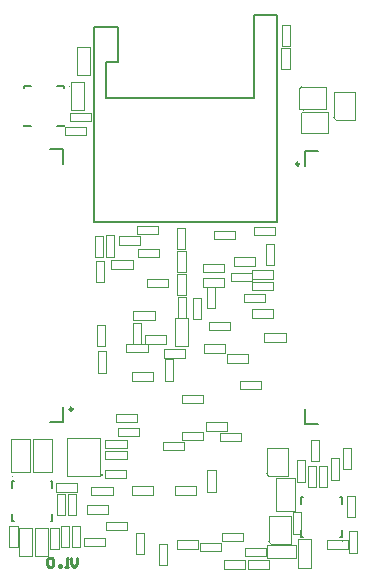
<source format=gbo>
G04 Layer_Color=16777215*
%FSLAX25Y25*%
%MOIN*%
G70*
G01*
G75*
%ADD11C,0.01000*%
%ADD50C,0.00984*%
%ADD51C,0.00394*%
%ADD53C,0.00787*%
D11*
X23500Y-181801D02*
Y-183800D01*
X22500Y-184800D01*
X21501Y-183800D01*
Y-181801D01*
X20501Y-184800D02*
X19501D01*
X20001D01*
Y-181801D01*
X20501Y-182301D01*
X18002Y-184800D02*
Y-184300D01*
X17502D01*
Y-184800D01*
X18002D01*
X15503Y-182301D02*
X15003Y-181801D01*
X14003D01*
X13503Y-182301D01*
Y-184300D01*
X14003Y-184800D01*
X15003D01*
X15503Y-184300D01*
Y-182301D01*
D50*
X21890Y-132242D02*
G03*
X21890Y-132242I-492J0D01*
G01*
X97395Y-50558D02*
G03*
X97395Y-50558I-492J0D01*
G01*
D51*
X20865Y-24607D02*
G03*
X20865Y-24607I-197J0D01*
G01*
X32139Y-154206D02*
G03*
X32139Y-154206I-440J0D01*
G01*
X2004Y-154632D02*
G03*
X2004Y-154632I-197J0D01*
G01*
X111790Y-176368D02*
G03*
X111790Y-176368I-197J0D01*
G01*
X98260Y-24563D02*
G03*
X98260Y-24563I-197J0D01*
G01*
X108860Y-35037D02*
G03*
X108860Y-35037I-197J0D01*
G01*
X98860Y-32763D02*
G03*
X98860Y-32763I-197J0D01*
G01*
X86460Y-153737D02*
G03*
X86460Y-153737I-197J0D01*
G01*
X87260Y-176337D02*
G03*
X87260Y-176337I-197J0D01*
G01*
X28043Y-36278D02*
Y-33522D01*
X20957D02*
X28043D01*
X20957Y-36278D02*
Y-33522D01*
Y-36278D02*
X28043D01*
X102978Y-158343D02*
Y-151257D01*
X100222Y-158343D02*
X102978D01*
X100222D02*
Y-151257D01*
X102978D01*
X25765Y-32624D02*
Y-23176D01*
X21435Y-32624D02*
X25765D01*
X21435D02*
Y-23176D01*
X25765D01*
X17922Y-178343D02*
X20678D01*
Y-171257D01*
X17922D02*
X20678D01*
X17922Y-178343D02*
Y-171257D01*
X32378Y-89843D02*
Y-82757D01*
X29622Y-89843D02*
X32378D01*
X29622D02*
Y-82757D01*
X32378D01*
X29922Y-111243D02*
X32678D01*
Y-104157D01*
X29922D02*
X32678D01*
X29922Y-111243D02*
Y-104157D01*
X42122Y-103557D02*
X44878D01*
X42122Y-110643D02*
Y-103557D01*
Y-110643D02*
X44878D01*
Y-103557D01*
X34857Y-85378D02*
X41943D01*
X34857D02*
Y-82622D01*
X41943D01*
Y-85378D02*
Y-82622D01*
X74343Y-105878D02*
Y-103122D01*
X67257D02*
X74343D01*
X67257Y-105878D02*
Y-103122D01*
Y-105878D02*
X74343D01*
X25657Y-177878D02*
X32743D01*
X25657D02*
Y-175122D01*
X32743D01*
Y-177878D02*
Y-175122D01*
X28157Y-160878D02*
Y-158122D01*
Y-160878D02*
X35243D01*
Y-158122D01*
X28157D02*
X35243D01*
X36957Y-141178D02*
X44043D01*
X36957D02*
Y-138422D01*
X44043D01*
Y-141178D02*
Y-138422D01*
X43122Y-173457D02*
X45878D01*
X43122Y-180543D02*
Y-173457D01*
Y-180543D02*
X45878D01*
Y-173457D01*
X56557Y-176022D02*
X63643D01*
Y-178778D02*
Y-176022D01*
X56557Y-178778D02*
X63643D01*
X56557D02*
Y-176022D01*
X71343Y-179478D02*
Y-176722D01*
X64257D02*
X71343D01*
X64257Y-179478D02*
Y-176722D01*
Y-179478D02*
X71343D01*
X70957Y-142978D02*
X78043D01*
X70957D02*
Y-140222D01*
X78043D01*
Y-142978D02*
Y-140222D01*
X51957Y-145878D02*
Y-143122D01*
Y-145878D02*
X59043D01*
Y-143122D01*
X51957D02*
X59043D01*
X41757Y-160778D02*
X48843D01*
X41757D02*
Y-158022D01*
X48843D01*
Y-160778D02*
Y-158022D01*
X85857Y-107022D02*
X92943D01*
Y-109778D02*
Y-107022D01*
X85857Y-109778D02*
X92943D01*
X85857D02*
Y-107022D01*
X43543Y-136678D02*
Y-133922D01*
X36457D02*
X43543D01*
X36457Y-136678D02*
Y-133922D01*
Y-136678D02*
X43543D01*
X26443Y-40878D02*
Y-38122D01*
X19357D02*
X26443D01*
X19357Y-40878D02*
Y-38122D01*
Y-40878D02*
X26443D01*
X79257Y-181178D02*
Y-178422D01*
Y-181178D02*
X86343D01*
Y-178422D01*
X79257D02*
X86343D01*
X66822Y-152657D02*
X69578D01*
X66822Y-159743D02*
Y-152657D01*
Y-159743D02*
X69578D01*
Y-152657D01*
X43457Y-73978D02*
X50543D01*
X43457D02*
Y-71222D01*
X50543D01*
Y-73978D02*
Y-71222D01*
X52622Y-115657D02*
X55378D01*
X52622Y-122743D02*
Y-115657D01*
Y-122743D02*
X55378D01*
Y-115657D01*
X65557Y-110622D02*
X72643D01*
Y-113378D02*
Y-110622D01*
X65557Y-113378D02*
X72643D01*
X65557D02*
Y-110622D01*
X41657Y-120022D02*
X48743D01*
Y-122778D02*
Y-120022D01*
X41657Y-122778D02*
X48743D01*
X41657D02*
Y-120022D01*
X46943Y-113278D02*
Y-110522D01*
X39857D02*
X46943D01*
X39857Y-113278D02*
Y-110522D01*
Y-113278D02*
X46943D01*
X59478Y-78943D02*
Y-71857D01*
X56722Y-78943D02*
X59478D01*
X56722D02*
Y-71857D01*
X59478D01*
X29422Y-74557D02*
X32178D01*
X29422Y-81643D02*
Y-74557D01*
Y-81643D02*
X32178D01*
Y-74557D01*
X23535Y-20924D02*
Y-11476D01*
X27865D01*
Y-20924D02*
Y-11476D01*
X23535Y-20924D02*
X27865D01*
X91522Y-11757D02*
X94278D01*
X91522Y-18843D02*
Y-11757D01*
Y-18843D02*
X94278D01*
Y-11757D01*
X26757Y-164322D02*
X33843D01*
Y-167078D02*
Y-164322D01*
X26757Y-167078D02*
X33843D01*
X26757D02*
Y-164322D01*
X114678Y-152143D02*
Y-145057D01*
X111922Y-152143D02*
X114678D01*
X111922D02*
Y-145057D01*
X114678D01*
X39943Y-145278D02*
Y-142522D01*
X32857D02*
X39943D01*
X32857Y-145278D02*
Y-142522D01*
Y-145278D02*
X39943D01*
X32657Y-155178D02*
X39743D01*
X32657D02*
Y-152422D01*
X39743D01*
Y-155178D02*
Y-152422D01*
X56822Y-87157D02*
X59578D01*
X56822Y-94243D02*
Y-87157D01*
Y-94243D02*
X59578D01*
Y-87157D01*
X69378Y-98543D02*
Y-91457D01*
X66622Y-98543D02*
X69378D01*
X66622D02*
Y-91457D01*
X69378D01*
X61922Y-102143D02*
X64678D01*
Y-95057D01*
X61922D02*
X64678D01*
X61922Y-102143D02*
Y-95057D01*
X56822Y-86643D02*
Y-79557D01*
X59578D01*
Y-86643D02*
Y-79557D01*
X56822Y-86643D02*
X59578D01*
X53643Y-91578D02*
Y-88822D01*
X46557D02*
X53643D01*
X46557Y-91578D02*
Y-88822D01*
Y-91578D02*
X53643D01*
X65457Y-83722D02*
X72543D01*
Y-86478D02*
Y-83722D01*
X65457Y-86478D02*
X72543D01*
X65457D02*
Y-83722D01*
X55935Y-101876D02*
X60265D01*
X55935Y-111324D02*
Y-101876D01*
Y-111324D02*
X60265D01*
Y-101876D01*
X56922Y-94857D02*
X59678D01*
X56922Y-101943D02*
Y-94857D01*
Y-101943D02*
X59678D01*
Y-94857D01*
X65457Y-91378D02*
Y-88622D01*
Y-91378D02*
X72543D01*
Y-88622D01*
X65457D02*
X72543D01*
X74757Y-89678D02*
X81843D01*
X74757D02*
Y-86922D01*
X81843D01*
Y-89678D02*
Y-86922D01*
X44543Y-77378D02*
Y-74622D01*
X37457D02*
X44543D01*
X37457Y-77378D02*
Y-74622D01*
Y-77378D02*
X44543D01*
X17278Y-178843D02*
Y-171757D01*
X14522Y-178843D02*
X17278D01*
X14522D02*
Y-171757D01*
X17278D01*
X4135Y-181224D02*
Y-171776D01*
X8465D01*
Y-181224D02*
Y-171776D01*
X4135Y-181224D02*
X8465D01*
X9235D02*
X13565D01*
Y-171776D01*
X9235D02*
X13565D01*
X9235Y-181224D02*
Y-171776D01*
X1250Y-153312D02*
Y-142288D01*
Y-153312D02*
X7550D01*
Y-142288D01*
X1250D02*
X7550D01*
X96935Y-185124D02*
Y-175676D01*
X101265D01*
Y-185124D02*
Y-175676D01*
X96935Y-185124D02*
X101265D01*
X113922Y-180043D02*
Y-172957D01*
X116678D01*
Y-180043D02*
Y-172957D01*
X113922Y-180043D02*
X116678D01*
X96622Y-149357D02*
X99378D01*
X96622Y-156443D02*
Y-149357D01*
Y-156443D02*
X99378D01*
Y-149357D01*
X97978Y-173743D02*
Y-166657D01*
X95222Y-173743D02*
X97978D01*
X95222D02*
Y-166657D01*
X97978D01*
X89850Y-155288D02*
X96150D01*
Y-166312D02*
Y-155288D01*
X89850Y-166312D02*
X96150D01*
X89850D02*
Y-155288D01*
X108022Y-148657D02*
X110778D01*
X108022Y-155743D02*
Y-148657D01*
Y-155743D02*
X110778D01*
Y-148657D01*
X8750Y-153112D02*
Y-142088D01*
Y-153112D02*
X15050D01*
Y-142088D01*
X8750D02*
X15050D01*
X58357Y-127522D02*
X65443D01*
Y-130278D02*
Y-127522D01*
X58357Y-130278D02*
X65443D01*
X58357D02*
Y-127522D01*
X76143Y-75578D02*
Y-72822D01*
X69057D02*
X76143D01*
X69057Y-75578D02*
Y-72822D01*
Y-75578D02*
X76143D01*
X71557Y-176178D02*
X78643D01*
X71557D02*
Y-173422D01*
X78643D01*
Y-176178D02*
Y-173422D01*
X66257Y-139378D02*
Y-136622D01*
Y-139378D02*
X73343D01*
Y-136622D01*
X66257D02*
X73343D01*
X77657Y-122722D02*
X84743D01*
Y-125478D02*
Y-122722D01*
X77657Y-125478D02*
X84743D01*
X77657D02*
Y-122722D01*
X91622Y-11143D02*
X94378D01*
Y-4057D01*
X91622D02*
X94378D01*
X91622Y-11143D02*
Y-4057D01*
X50722Y-177257D02*
X53478D01*
X50722Y-184343D02*
Y-177257D01*
Y-184343D02*
X53478D01*
Y-177257D01*
X65543Y-142678D02*
Y-139922D01*
X58457D02*
X65543D01*
X58457Y-142678D02*
Y-139922D01*
Y-142678D02*
X65543D01*
X63143Y-160778D02*
Y-158022D01*
X56057D02*
X63143D01*
X56057Y-160778D02*
Y-158022D01*
Y-160778D02*
X63143D01*
X73457Y-114022D02*
X80543D01*
Y-116778D02*
Y-114022D01*
X73457Y-116778D02*
X80543D01*
X73457D02*
Y-114022D01*
X32922Y-81443D02*
X35678D01*
Y-74357D01*
X32922D02*
X35678D01*
X32922Y-81443D02*
Y-74357D01*
X49243Y-102378D02*
Y-99622D01*
X42157D02*
X49243D01*
X42157Y-102378D02*
Y-99622D01*
Y-102378D02*
X49243D01*
X101222Y-149543D02*
Y-142457D01*
X103978D01*
Y-149543D02*
Y-142457D01*
X101222Y-149543D02*
X103978D01*
X32857Y-148878D02*
Y-146122D01*
Y-148878D02*
X39943D01*
Y-146122D01*
X32857D02*
X39943D01*
X52457Y-115078D02*
Y-112322D01*
Y-115078D02*
X59543D01*
Y-112322D01*
X52457D02*
X59543D01*
X46057Y-107622D02*
X53143D01*
Y-110378D02*
Y-107622D01*
X46057Y-110378D02*
X53143D01*
X46057D02*
Y-107622D01*
X30222Y-120043D02*
X32978D01*
Y-112957D01*
X30222D02*
X32978D01*
X30222Y-120043D02*
Y-112957D01*
X43657Y-81478D02*
X50743D01*
X43657D02*
Y-78722D01*
X50743D01*
Y-81478D02*
Y-78722D01*
X87543Y-185378D02*
Y-182622D01*
X80457D02*
X87543D01*
X80457Y-185378D02*
Y-182622D01*
Y-185378D02*
X87543D01*
X72257D02*
X79343D01*
X72257D02*
Y-182622D01*
X79343D01*
Y-185378D02*
Y-182622D01*
X33057Y-169722D02*
X40143D01*
Y-172478D02*
Y-169722D01*
X33057Y-172478D02*
X40143D01*
X33057D02*
Y-169722D01*
X822Y-171057D02*
X3578D01*
X822Y-178143D02*
Y-171057D01*
Y-178143D02*
X3578D01*
Y-171057D01*
X16457Y-159778D02*
X23543D01*
X16457D02*
Y-157022D01*
X23543D01*
Y-159778D02*
Y-157022D01*
X19478Y-167643D02*
Y-160557D01*
X16722Y-167643D02*
X19478D01*
X16722D02*
Y-160557D01*
X19478D01*
X103922Y-151257D02*
X106678D01*
X103922Y-158343D02*
Y-151257D01*
Y-158343D02*
X106678D01*
Y-151257D01*
X113322Y-168243D02*
Y-161157D01*
X116078D01*
Y-168243D02*
Y-161157D01*
X113322Y-168243D02*
X116078D01*
X30912Y-154599D02*
Y-142001D01*
X19888D02*
X30912D01*
X19888Y-154599D02*
Y-142001D01*
Y-154599D02*
X30912D01*
X97800Y-25000D02*
X98500D01*
X97300Y-25500D02*
X97800Y-25000D01*
X97300Y-32100D02*
Y-25500D01*
Y-32100D02*
X106500D01*
Y-25000D01*
X97800D02*
X106500D01*
X109100Y-35300D02*
Y-26600D01*
X116200D01*
Y-35800D02*
Y-26600D01*
X109600Y-35800D02*
X116200D01*
X109100Y-35300D02*
X109600Y-35800D01*
X109100Y-35300D02*
Y-34600D01*
X98400Y-33200D02*
X107100D01*
Y-40300D02*
Y-33200D01*
X97900Y-40300D02*
X107100D01*
X97900D02*
Y-33700D01*
X98400Y-33200D01*
X99100D01*
X86700Y-154000D02*
Y-145300D01*
X93800D01*
Y-154500D02*
Y-145300D01*
X87200Y-154500D02*
X93800D01*
X86700Y-154000D02*
X87200Y-154500D01*
X86700Y-154000D02*
Y-153300D01*
X87500Y-176600D02*
Y-175900D01*
Y-176600D02*
X88000Y-177100D01*
X94600D01*
Y-167900D01*
X87500D02*
X94600D01*
X87500Y-176600D02*
Y-167900D01*
X81657Y-99022D02*
X88743D01*
Y-101778D02*
Y-99022D01*
X81657Y-101778D02*
X88743D01*
X81657D02*
Y-99022D01*
X81788Y-92578D02*
Y-89822D01*
Y-92578D02*
X88875D01*
Y-89822D01*
X81788D02*
X88875D01*
X78988Y-93922D02*
X86075D01*
Y-96678D02*
Y-93922D01*
X78988Y-96678D02*
X86075D01*
X78988D02*
Y-93922D01*
X86322Y-84243D02*
X89078D01*
Y-77157D01*
X86322D02*
X89078D01*
X86322Y-84243D02*
Y-77157D01*
X81757Y-86022D02*
X88843D01*
Y-88778D02*
Y-86022D01*
X81757Y-88778D02*
X88843D01*
X81757D02*
Y-86022D01*
X82357Y-74178D02*
Y-71422D01*
Y-74178D02*
X89443D01*
Y-71422D01*
X82357D02*
X89443D01*
X75757Y-84378D02*
Y-81622D01*
Y-84378D02*
X82843D01*
Y-81622D01*
X75757D02*
X82843D01*
X106657Y-178778D02*
X113743D01*
X106657D02*
Y-176022D01*
X113743D01*
Y-178778D02*
Y-176022D01*
X86776Y-177635D02*
X96224D01*
Y-181965D02*
Y-177635D01*
X86776Y-181965D02*
X96224D01*
X86776D02*
Y-177635D01*
X20422Y-160557D02*
X23178D01*
X20422Y-167643D02*
Y-160557D01*
Y-167643D02*
X23178D01*
Y-160557D01*
X21722Y-171257D02*
X24478D01*
X21722Y-178343D02*
Y-171257D01*
Y-178343D02*
X24478D01*
Y-171257D01*
D53*
X19093Y-25099D02*
Y-24607D01*
Y-37993D02*
Y-37501D01*
X5707Y-25099D02*
Y-24607D01*
Y-37993D02*
Y-37501D01*
X16770Y-24607D02*
X19093D01*
X5707D02*
X8030D01*
X16770Y-37993D02*
X19093D01*
X5707D02*
X8030D01*
X33063Y-28506D02*
X82276D01*
Y-946D02*
X90150D01*
X82276Y-28506D02*
Y-946D01*
X90150Y-12757D02*
Y-946D01*
Y-69844D02*
Y-12757D01*
X33063Y-28506D02*
Y-16694D01*
X37000D01*
Y-4883D01*
X29126D02*
X37000D01*
X29126Y-69844D02*
Y-4883D01*
Y-69844D02*
X90150D01*
X15193Y-169593D02*
Y-167270D01*
Y-158530D02*
Y-156207D01*
X1807Y-169593D02*
Y-167270D01*
Y-158530D02*
Y-156207D01*
X14701Y-169593D02*
X15193D01*
X1807D02*
X2299D01*
X14701Y-156207D02*
X15193D01*
X1807D02*
X2299D01*
X111101Y-174793D02*
X111593D01*
X98207D02*
X98699D01*
X111101Y-161407D02*
X111593D01*
X98207D02*
X98699D01*
X111593Y-174793D02*
Y-172470D01*
Y-163730D02*
Y-161407D01*
X98207Y-174793D02*
Y-172470D01*
Y-163730D02*
Y-161407D01*
X18839Y-136572D02*
Y-131651D01*
X14508Y-45628D02*
X18839D01*
X14508Y-136572D02*
X18839D01*
Y-50549D02*
Y-45628D01*
X99461Y-137172D02*
Y-132251D01*
Y-46228D02*
X103792D01*
X99461Y-137172D02*
X103792D01*
X99461Y-51149D02*
Y-46228D01*
M02*

</source>
